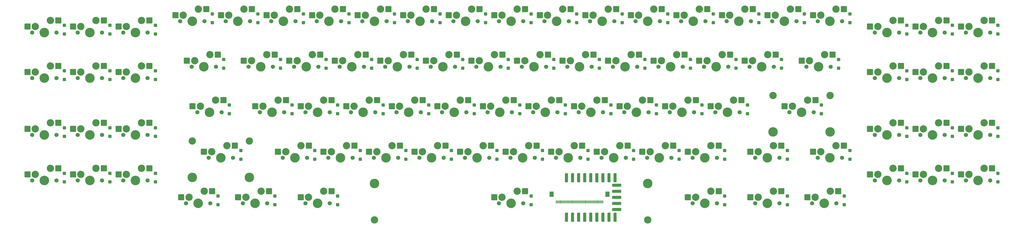
<source format=gbs>
%TF.GenerationSoftware,KiCad,Pcbnew,7.0.9*%
%TF.CreationDate,2024-01-24T13:10:45+00:00*%
%TF.ProjectId,keybird42,6b657962-6972-4643-9432-2e6b69636164,2*%
%TF.SameCoordinates,Original*%
%TF.FileFunction,Soldermask,Bot*%
%TF.FilePolarity,Negative*%
%FSLAX46Y46*%
G04 Gerber Fmt 4.6, Leading zero omitted, Abs format (unit mm)*
G04 Created by KiCad (PCBNEW 7.0.9) date 2024-01-24 13:10:45*
%MOMM*%
%LPD*%
G01*
G04 APERTURE LIST*
G04 Aperture macros list*
%AMRoundRect*
0 Rectangle with rounded corners*
0 $1 Rounding radius*
0 $2 $3 $4 $5 $6 $7 $8 $9 X,Y pos of 4 corners*
0 Add a 4 corners polygon primitive as box body*
4,1,4,$2,$3,$4,$5,$6,$7,$8,$9,$2,$3,0*
0 Add four circle primitives for the rounded corners*
1,1,$1+$1,$2,$3*
1,1,$1+$1,$4,$5*
1,1,$1+$1,$6,$7*
1,1,$1+$1,$8,$9*
0 Add four rect primitives between the rounded corners*
20,1,$1+$1,$2,$3,$4,$5,0*
20,1,$1+$1,$4,$5,$6,$7,0*
20,1,$1+$1,$6,$7,$8,$9,0*
20,1,$1+$1,$8,$9,$2,$3,0*%
G04 Aperture macros list end*
%ADD10RoundRect,0.350000X0.350000X-0.350000X0.350000X0.350000X-0.350000X0.350000X-0.350000X-0.350000X0*%
%ADD11C,1.750000*%
%ADD12C,3.050000*%
%ADD13C,4.000000*%
%ADD14RoundRect,0.250000X-1.025000X-1.000000X1.025000X-1.000000X1.025000X1.000000X-1.025000X1.000000X0*%
%ADD15C,3.048000*%
%ADD16C,3.987800*%
%ADD17RoundRect,0.254000X-0.381000X-1.651000X0.381000X-1.651000X0.381000X1.651000X-0.381000X1.651000X0*%
%ADD18RoundRect,0.254000X1.651000X-0.381000X1.651000X0.381000X-1.651000X0.381000X-1.651000X-0.381000X0*%
%ADD19RoundRect,0.254000X0.381000X1.651000X-0.381000X1.651000X-0.381000X-1.651000X0.381000X-1.651000X0*%
%ADD20R,0.300000X1.300000*%
%ADD21R,1.800000X2.200000*%
G04 APERTURE END LIST*
D10*
%TO.C,D324*%
X232172070Y-67284430D03*
X232172070Y-63684430D03*
%TD*%
%TO.C,D504*%
X236934375Y-105384375D03*
X236934375Y-101784375D03*
%TD*%
%TO.C,D134*%
X255984279Y-29184375D03*
X255984279Y-25584375D03*
%TD*%
D11*
%TO.C,SW123*%
X166370000Y-28575000D03*
D12*
X167640000Y-26035000D03*
D13*
X171450000Y-28575000D03*
D12*
X173990000Y-23495000D03*
D11*
X176530000Y-28575000D03*
D14*
X164365000Y-26035000D03*
X177292000Y-23495000D03*
%TD*%
D11*
%TO.C,SW312*%
X97313750Y-66675000D03*
D12*
X98583750Y-64135000D03*
D13*
X102393750Y-66675000D03*
D12*
X104933750Y-61595000D03*
D11*
X107473750Y-66675000D03*
D14*
X95308750Y-64135000D03*
X108235750Y-61595000D03*
%TD*%
D11*
%TO.C,SW226*%
X328295000Y-47625000D03*
D12*
X329565000Y-45085000D03*
D13*
X333375000Y-47625000D03*
D12*
X335915000Y-42545000D03*
D11*
X338455000Y-47625000D03*
D14*
X326290000Y-45085000D03*
X339217000Y-42545000D03*
%TD*%
D10*
%TO.C,D215*%
X265509291Y-48234375D03*
X265509291Y-44634375D03*
%TD*%
D11*
%TO.C,SW325*%
X275907500Y-66675000D03*
D12*
X277177500Y-64135000D03*
D13*
X280987500Y-66675000D03*
D12*
X283527500Y-61595000D03*
D11*
X286067500Y-66675000D03*
D14*
X273902500Y-64135000D03*
X286829500Y-61595000D03*
%TD*%
D15*
%TO.C,SW336*%
X338106044Y-59690056D03*
D16*
X338106044Y-74900056D03*
D11*
X344964044Y-66675056D03*
D12*
X346234044Y-64135056D03*
D13*
X350044044Y-66675056D03*
D12*
X352584044Y-61595056D03*
D11*
X355124044Y-66675056D03*
D15*
X361982044Y-59690056D03*
D16*
X361982044Y-74900056D03*
D14*
X342959044Y-64135056D03*
X355886044Y-61595056D03*
%TD*%
D11*
%TO.C,SW222*%
X118745000Y-47625000D03*
D12*
X120015000Y-45085000D03*
D13*
X123825000Y-47625000D03*
D12*
X126365000Y-42545000D03*
D11*
X128905000Y-47625000D03*
D14*
X116740000Y-45085000D03*
X129667000Y-42545000D03*
%TD*%
D10*
%TO.C,D427*%
X413146503Y-95859347D03*
X413146503Y-92259347D03*
%TD*%
%TO.C,D335*%
X308372134Y-67284430D03*
X308372134Y-63684430D03*
%TD*%
D11*
%TO.C,SW332*%
X142557500Y-66675000D03*
D12*
X143827500Y-64135000D03*
D13*
X147637500Y-66675000D03*
D12*
X150177500Y-61595000D03*
D11*
X152717500Y-66675000D03*
D14*
X140552500Y-64135000D03*
X153479500Y-61595000D03*
%TD*%
D10*
%TO.C,D424*%
X241696845Y-86334347D03*
X241696845Y-82734347D03*
%TD*%
D11*
%TO.C,SW132*%
X128270000Y-28575000D03*
D12*
X129540000Y-26035000D03*
D13*
X133350000Y-28575000D03*
D12*
X135890000Y-23495000D03*
D11*
X138430000Y-28575000D03*
D14*
X126265000Y-26035000D03*
X139192000Y-23495000D03*
%TD*%
D11*
%TO.C,SW227*%
X399732500Y-52387500D03*
D12*
X401002500Y-49847500D03*
D13*
X404812500Y-52387500D03*
D12*
X407352500Y-47307500D03*
D11*
X409892500Y-52387500D03*
D14*
X397727500Y-49847500D03*
X410654500Y-47307500D03*
%TD*%
D10*
%TO.C,D412*%
X115490383Y-86334347D03*
X115490383Y-82734347D03*
%TD*%
%TO.C,D507*%
X367903125Y-105384375D03*
X367903125Y-101784375D03*
%TD*%
%TO.C,D414*%
X222647062Y-86334446D03*
X222647062Y-82734446D03*
%TD*%
D11*
%TO.C,SW411*%
X28257500Y-95250000D03*
D12*
X29527500Y-92710000D03*
D13*
X33337500Y-95250000D03*
D12*
X35877500Y-90170000D03*
D11*
X38417500Y-95250000D03*
D14*
X26252500Y-92710000D03*
X39179500Y-90170000D03*
%TD*%
D11*
%TO.C,SW327*%
X399732500Y-76200000D03*
D12*
X401002500Y-73660000D03*
D13*
X404812500Y-76200000D03*
D12*
X407352500Y-71120000D03*
D11*
X409892500Y-76200000D03*
D14*
X397727500Y-73660000D03*
X410654500Y-71120000D03*
%TD*%
D10*
%TO.C,D317*%
X394096843Y-76809411D03*
X394096843Y-73209411D03*
%TD*%
%TO.C,D237*%
X432196875Y-52996891D03*
X432196875Y-49396891D03*
%TD*%
%TO.C,D436*%
X370284686Y-86334446D03*
X370284686Y-82734446D03*
%TD*%
%TO.C,D421*%
X60721875Y-95859411D03*
X60721875Y-92259411D03*
%TD*%
%TO.C,D503*%
X155971875Y-105384375D03*
X155971875Y-101784375D03*
%TD*%
D11*
%TO.C,SW113*%
X147320000Y-28575000D03*
D12*
X148590000Y-26035000D03*
D13*
X152400000Y-28575000D03*
D12*
X154940000Y-23495000D03*
D11*
X157480000Y-28575000D03*
D14*
X145315000Y-26035000D03*
X158242000Y-23495000D03*
%TD*%
D11*
%TO.C,SW413*%
X152082500Y-85725000D03*
D12*
X153352500Y-83185000D03*
D13*
X157162500Y-85725000D03*
D12*
X159702500Y-80645000D03*
D11*
X162242500Y-85725000D03*
D14*
X150077500Y-83185000D03*
X163004500Y-80645000D03*
%TD*%
D10*
%TO.C,D124*%
X236934263Y-29184375D03*
X236934263Y-25584375D03*
%TD*%
D11*
%TO.C,SW136*%
X356870304Y-28575024D03*
D12*
X358140304Y-26035024D03*
D13*
X361950304Y-28575024D03*
D12*
X364490304Y-23495024D03*
D11*
X367030304Y-28575024D03*
D14*
X354865304Y-26035024D03*
X367792304Y-23495024D03*
%TD*%
D11*
%TO.C,SW322*%
X123507500Y-66675000D03*
D12*
X124777500Y-64135000D03*
D13*
X128587500Y-66675000D03*
D12*
X131127500Y-61595000D03*
D11*
X133667500Y-66675000D03*
D14*
X121502500Y-64135000D03*
X134429500Y-61595000D03*
%TD*%
D10*
%TO.C,D115*%
X275034295Y-29184375D03*
X275034295Y-25584375D03*
%TD*%
%TO.C,D336*%
X358378426Y-67284430D03*
X358378426Y-63684430D03*
%TD*%
%TO.C,D123*%
X179784071Y-29184351D03*
X179784071Y-25584351D03*
%TD*%
%TO.C,D226*%
X341709075Y-48234335D03*
X341709075Y-44634335D03*
%TD*%
%TO.C,D235*%
X303609323Y-48234375D03*
X303609323Y-44634375D03*
%TD*%
D11*
%TO.C,SW134*%
X242570208Y-28575024D03*
D12*
X243840208Y-26035024D03*
D13*
X247650208Y-28575024D03*
D12*
X250190208Y-23495024D03*
D11*
X252730208Y-28575024D03*
D14*
X240565208Y-26035024D03*
X253492208Y-23495024D03*
%TD*%
D11*
%TO.C,SW321*%
X47307500Y-76200000D03*
D12*
X48577500Y-73660000D03*
D13*
X52387500Y-76200000D03*
D12*
X54927500Y-71120000D03*
D11*
X57467500Y-76200000D03*
D14*
X45302500Y-73660000D03*
X58229500Y-71120000D03*
%TD*%
D11*
%TO.C,SW433*%
X190182500Y-85725000D03*
D12*
X191452500Y-83185000D03*
D13*
X195262500Y-85725000D03*
D12*
X197802500Y-80645000D03*
D11*
X200342500Y-85725000D03*
D14*
X188177500Y-83185000D03*
X201104500Y-80645000D03*
%TD*%
D10*
%TO.C,D505*%
X317896875Y-105384375D03*
X317896875Y-101784375D03*
%TD*%
%TO.C,D325*%
X289321875Y-67284375D03*
X289321875Y-63684375D03*
%TD*%
%TO.C,D425*%
X298846633Y-86334347D03*
X298846633Y-82734347D03*
%TD*%
D11*
%TO.C,SW126*%
X337820000Y-28575000D03*
D12*
X339090000Y-26035000D03*
D13*
X342900000Y-28575000D03*
D12*
X345440000Y-23495000D03*
D11*
X347980000Y-28575000D03*
D14*
X335815000Y-26035000D03*
X348742000Y-23495000D03*
%TD*%
D10*
%TO.C,D323*%
X175021875Y-67284375D03*
X175021875Y-63684375D03*
%TD*%
%TO.C,D314*%
X213121875Y-67284375D03*
X213121875Y-63684375D03*
%TD*%
%TO.C,D331*%
X79771875Y-76809411D03*
X79771875Y-73209411D03*
%TD*%
D11*
%TO.C,SW503*%
X142557500Y-104775000D03*
D12*
X143827500Y-102235000D03*
D13*
X147637500Y-104775000D03*
D12*
X150177500Y-99695000D03*
D11*
X152717500Y-104775000D03*
D14*
X140552500Y-102235000D03*
X153479500Y-99695000D03*
%TD*%
D11*
%TO.C,SW334*%
X237807704Y-66675056D03*
D12*
X239077704Y-64135056D03*
D13*
X242887704Y-66675056D03*
D12*
X245427704Y-61595056D03*
D11*
X247967704Y-66675056D03*
D14*
X235802704Y-64135056D03*
X248729704Y-61595056D03*
%TD*%
D11*
%TO.C,SW223*%
X175895000Y-47625000D03*
D12*
X177165000Y-45085000D03*
D13*
X180975000Y-47625000D03*
D12*
X183515000Y-42545000D03*
D11*
X186055000Y-47625000D03*
D14*
X173890000Y-45085000D03*
X186817000Y-42545000D03*
%TD*%
D10*
%TO.C,D334*%
X251222079Y-67284431D03*
X251222079Y-63684431D03*
%TD*%
D11*
%TO.C,SW316*%
X314007768Y-66675056D03*
D12*
X315277768Y-64135056D03*
D13*
X319087768Y-66675056D03*
D12*
X321627768Y-61595056D03*
D11*
X324167768Y-66675056D03*
D14*
X312002768Y-64135056D03*
X324929768Y-61595056D03*
%TD*%
D10*
%TO.C,D337*%
X432197238Y-76809438D03*
X432197238Y-73209438D03*
%TD*%
D11*
%TO.C,SW311*%
X28257500Y-76200000D03*
D12*
X29527500Y-73660000D03*
D13*
X33337500Y-76200000D03*
D12*
X35877500Y-71120000D03*
D11*
X38417500Y-76200000D03*
D14*
X26252500Y-73660000D03*
X39179500Y-71120000D03*
%TD*%
D10*
%TO.C,D126*%
X351234071Y-29184351D03*
X351234071Y-25584351D03*
%TD*%
D11*
%TO.C,SW221*%
X47307500Y-52387500D03*
D12*
X48577500Y-49847500D03*
D13*
X52387500Y-52387500D03*
D12*
X54927500Y-47307500D03*
D11*
X57467500Y-52387500D03*
D14*
X45302500Y-49847500D03*
X58229500Y-47307500D03*
%TD*%
D11*
%TO.C,SW114*%
X204470000Y-28575000D03*
D12*
X205740000Y-26035000D03*
D13*
X209550000Y-28575000D03*
D12*
X212090000Y-23495000D03*
D11*
X214630000Y-28575000D03*
D14*
X202465000Y-26035000D03*
X215392000Y-23495000D03*
%TD*%
D10*
%TO.C,D333*%
X194071875Y-67284375D03*
X194071875Y-63684375D03*
%TD*%
%TO.C,D411*%
X41671875Y-95859411D03*
X41671875Y-92259411D03*
%TD*%
%TO.C,D214*%
X227409075Y-48234335D03*
X227409075Y-44634335D03*
%TD*%
D11*
%TO.C,SW432*%
X133032500Y-85725000D03*
D12*
X134302500Y-83185000D03*
D13*
X138112500Y-85725000D03*
D12*
X140652500Y-80645000D03*
D11*
X143192500Y-85725000D03*
D14*
X131027500Y-83185000D03*
X143954500Y-80645000D03*
%TD*%
D10*
%TO.C,D221*%
X60721875Y-52996875D03*
X60721875Y-49396875D03*
%TD*%
%TO.C,D432*%
X146446633Y-86334347D03*
X146446633Y-82734347D03*
%TD*%
%TO.C,D415*%
X279796861Y-86334347D03*
X279796861Y-82734347D03*
%TD*%
D11*
%TO.C,SW502*%
X116363750Y-104775000D03*
D12*
X117633750Y-102235000D03*
D13*
X121443750Y-104775000D03*
D12*
X123983750Y-99695000D03*
D11*
X126523750Y-104775000D03*
D14*
X114358750Y-102235000D03*
X127285750Y-99695000D03*
%TD*%
D15*
%TO.C,SW412*%
X95218250Y-78740000D03*
D16*
X95218250Y-93950000D03*
D11*
X102076250Y-85725000D03*
D12*
X103346250Y-83185000D03*
D13*
X107156250Y-85725000D03*
D12*
X109696250Y-80645000D03*
D11*
X112236250Y-85725000D03*
D15*
X119094250Y-78740000D03*
D16*
X119094250Y-93950000D03*
D14*
X100071250Y-83185000D03*
X112998250Y-80645000D03*
%TD*%
D11*
%TO.C,SW216*%
X309245264Y-47625040D03*
D12*
X310515264Y-45085040D03*
D13*
X314325264Y-47625040D03*
D12*
X316865264Y-42545040D03*
D11*
X319405264Y-47625040D03*
D14*
X307240264Y-45085040D03*
X320167264Y-42545040D03*
%TD*%
D11*
%TO.C,SW135*%
X299720256Y-28575024D03*
D12*
X300990256Y-26035024D03*
D13*
X304800256Y-28575024D03*
D12*
X307340256Y-23495024D03*
D11*
X309880256Y-28575024D03*
D14*
X297715256Y-26035024D03*
X310642256Y-23495024D03*
%TD*%
D11*
%TO.C,SW314*%
X199707500Y-66675000D03*
D12*
X200977500Y-64135000D03*
D13*
X204787500Y-66675000D03*
D12*
X207327500Y-61595000D03*
D11*
X209867500Y-66675000D03*
D14*
X197702500Y-64135000D03*
X210629500Y-61595000D03*
%TD*%
D10*
%TO.C,D212*%
X108346575Y-48234335D03*
X108346575Y-44634335D03*
%TD*%
%TO.C,D135*%
X313134327Y-29184375D03*
X313134327Y-25584375D03*
%TD*%
D11*
%TO.C,SW414*%
X209232680Y-85725072D03*
D12*
X210502680Y-83185072D03*
D13*
X214312680Y-85725072D03*
D12*
X216852680Y-80645072D03*
D11*
X219392680Y-85725072D03*
D14*
X207227680Y-83185072D03*
X220154680Y-80645072D03*
%TD*%
D10*
%TO.C,D416*%
X317896893Y-86334347D03*
X317896893Y-82734347D03*
%TD*%
%TO.C,D233*%
X208359075Y-48234335D03*
X208359075Y-44634335D03*
%TD*%
D16*
%TO.C,SW504*%
X171450000Y-96550000D03*
D15*
X171450000Y-111760000D03*
D11*
X223520000Y-104775000D03*
D12*
X224790000Y-102235000D03*
D13*
X228600000Y-104775000D03*
D12*
X231140000Y-99695000D03*
D11*
X233680000Y-104775000D03*
D16*
X285750000Y-96550000D03*
D15*
X285750000Y-111760000D03*
D14*
X221515000Y-102235000D03*
X234442000Y-99695000D03*
%TD*%
D10*
%TO.C,D321*%
X60721875Y-76809411D03*
X60721875Y-73209411D03*
%TD*%
%TO.C,D332*%
X155971875Y-67284375D03*
X155971875Y-63684375D03*
%TD*%
%TO.C,D216*%
X322659339Y-48234375D03*
X322659339Y-44634375D03*
%TD*%
%TO.C,D133*%
X198834071Y-29184351D03*
X198834071Y-25584351D03*
%TD*%
D11*
%TO.C,SW232*%
X137795000Y-47625000D03*
D12*
X139065000Y-45085000D03*
D13*
X142875000Y-47625000D03*
D12*
X145415000Y-42545000D03*
D11*
X147955000Y-47625000D03*
D14*
X135790000Y-45085000D03*
X148717000Y-42545000D03*
%TD*%
D10*
%TO.C,D136*%
X370284375Y-29184375D03*
X370284375Y-25584375D03*
%TD*%
D11*
%TO.C,SW424*%
X228282712Y-85725000D03*
D12*
X229552712Y-83185000D03*
D13*
X233362712Y-85725000D03*
D12*
X235902712Y-80645000D03*
D11*
X238442712Y-85725000D03*
D14*
X226277712Y-83185000D03*
X239204712Y-80645000D03*
%TD*%
D11*
%TO.C,SW213*%
X156845000Y-47625000D03*
D12*
X158115000Y-45085000D03*
D13*
X161925000Y-47625000D03*
D12*
X164465000Y-42545000D03*
D11*
X167005000Y-47625000D03*
D14*
X154840000Y-45085000D03*
X167767000Y-42545000D03*
%TD*%
D10*
%TO.C,D312*%
X110728125Y-67284375D03*
X110728125Y-63684375D03*
%TD*%
D11*
%TO.C,SW112*%
X90170000Y-28575000D03*
D12*
X91440000Y-26035000D03*
D13*
X95250000Y-28575000D03*
D12*
X97790000Y-23495000D03*
D11*
X100330000Y-28575000D03*
D14*
X88165000Y-26035000D03*
X101092000Y-23495000D03*
%TD*%
D10*
%TO.C,D431*%
X79771875Y-95859411D03*
X79771875Y-92259411D03*
%TD*%
%TO.C,D213*%
X170259075Y-48234335D03*
X170259075Y-44634335D03*
%TD*%
%TO.C,D234*%
X246459075Y-48234335D03*
X246459075Y-44634335D03*
%TD*%
%TO.C,D231*%
X79771875Y-52996875D03*
X79771875Y-49396875D03*
%TD*%
%TO.C,D227*%
X413146519Y-52996847D03*
X413146519Y-49396847D03*
%TD*%
D11*
%TO.C,SW337*%
X418782856Y-76200064D03*
D12*
X420052856Y-73660064D03*
D13*
X423862856Y-76200064D03*
D12*
X426402856Y-71120064D03*
D11*
X428942856Y-76200064D03*
D14*
X416777856Y-73660064D03*
X429704856Y-71120064D03*
%TD*%
D11*
%TO.C,SW506*%
X330676250Y-104775000D03*
D12*
X331946250Y-102235000D03*
D13*
X335756250Y-104775000D03*
D12*
X338296250Y-99695000D03*
D11*
X340836250Y-104775000D03*
D14*
X328671250Y-102235000D03*
X341598250Y-99695000D03*
%TD*%
D11*
%TO.C,SW236*%
X352107800Y-47625040D03*
D12*
X353377800Y-45085040D03*
D13*
X357187800Y-47625040D03*
D12*
X359727800Y-42545040D03*
D11*
X362267800Y-47625040D03*
D14*
X350102800Y-45085040D03*
X363029800Y-42545040D03*
%TD*%
D11*
%TO.C,SW225*%
X271145000Y-47625000D03*
D12*
X272415000Y-45085000D03*
D13*
X276225000Y-47625000D03*
D12*
X278765000Y-42545000D03*
D11*
X281305000Y-47625000D03*
D14*
X269140000Y-45085000D03*
X282067000Y-42545000D03*
%TD*%
D10*
%TO.C,D423*%
X184546633Y-86334347D03*
X184546633Y-82734347D03*
%TD*%
D11*
%TO.C,SW423*%
X171132500Y-85725000D03*
D12*
X172402500Y-83185000D03*
D13*
X176212500Y-85725000D03*
D12*
X178752500Y-80645000D03*
D11*
X181292500Y-85725000D03*
D14*
X169127500Y-83185000D03*
X182054500Y-80645000D03*
%TD*%
D10*
%TO.C,D127*%
X413146519Y-33946847D03*
X413146519Y-30346847D03*
%TD*%
D11*
%TO.C,SW415*%
X266382728Y-85725000D03*
D12*
X267652728Y-83185000D03*
D13*
X271462728Y-85725000D03*
D12*
X274002728Y-80645000D03*
D11*
X276542728Y-85725000D03*
D14*
X264377728Y-83185000D03*
X277304728Y-80645000D03*
%TD*%
D10*
%TO.C,D225*%
X284559075Y-48234335D03*
X284559075Y-44634335D03*
%TD*%
%TO.C,D502*%
X129778125Y-105384375D03*
X129778125Y-101784375D03*
%TD*%
D11*
%TO.C,SW133*%
X185420000Y-28575000D03*
D12*
X186690000Y-26035000D03*
D13*
X190500000Y-28575000D03*
D12*
X193040000Y-23495000D03*
D11*
X195580000Y-28575000D03*
D14*
X183415000Y-26035000D03*
X196342000Y-23495000D03*
%TD*%
D10*
%TO.C,D311*%
X41671875Y-76809411D03*
X41671875Y-73209411D03*
%TD*%
D11*
%TO.C,SW115*%
X261620224Y-28575024D03*
D12*
X262890224Y-26035024D03*
D13*
X266700224Y-28575024D03*
D12*
X269240224Y-23495024D03*
D11*
X271780224Y-28575024D03*
D14*
X259615224Y-26035024D03*
X272542224Y-23495024D03*
%TD*%
D10*
%TO.C,D121*%
X60721875Y-33946875D03*
X60721875Y-30346875D03*
%TD*%
D11*
%TO.C,SW501*%
X92551250Y-104775000D03*
D12*
X93821250Y-102235000D03*
D13*
X97631250Y-104775000D03*
D12*
X100171250Y-99695000D03*
D11*
X102711250Y-104775000D03*
D14*
X90546250Y-102235000D03*
X103473250Y-99695000D03*
%TD*%
D11*
%TO.C,SW317*%
X380682824Y-76200064D03*
D12*
X381952824Y-73660064D03*
D13*
X385762824Y-76200064D03*
D12*
X388302824Y-71120064D03*
D11*
X390842824Y-76200064D03*
D14*
X378677824Y-73660064D03*
X391604824Y-71120064D03*
%TD*%
D11*
%TO.C,SW335*%
X294957752Y-66675056D03*
D12*
X296227752Y-64135056D03*
D13*
X300037752Y-66675056D03*
D12*
X302577752Y-61595056D03*
D11*
X305117752Y-66675056D03*
D14*
X292952752Y-64135056D03*
X305879752Y-61595056D03*
%TD*%
D11*
%TO.C,SW116*%
X318770272Y-28575024D03*
D12*
X320040272Y-26035024D03*
D13*
X323850272Y-28575024D03*
D12*
X326390272Y-23495024D03*
D11*
X328930272Y-28575024D03*
D14*
X316765272Y-26035024D03*
X329692272Y-23495024D03*
%TD*%
D11*
%TO.C,SW507*%
X354488750Y-104775000D03*
D12*
X355758750Y-102235000D03*
D13*
X359568750Y-104775000D03*
D12*
X362108750Y-99695000D03*
D11*
X364648750Y-104775000D03*
D14*
X352483750Y-102235000D03*
X365410750Y-99695000D03*
%TD*%
D11*
%TO.C,SW127*%
X399732500Y-33337500D03*
D12*
X401002500Y-30797500D03*
D13*
X404812500Y-33337500D03*
D12*
X407352500Y-28257500D03*
D11*
X409892500Y-33337500D03*
D14*
X397727500Y-30797500D03*
X410654500Y-28257500D03*
%TD*%
D10*
%TO.C,D117*%
X394096843Y-33946847D03*
X394096843Y-30346847D03*
%TD*%
%TO.C,D232*%
X151209075Y-48234335D03*
X151209075Y-44634335D03*
%TD*%
D11*
%TO.C,SW231*%
X66357500Y-52387500D03*
D12*
X67627500Y-49847500D03*
D13*
X71437500Y-52387500D03*
D12*
X73977500Y-47307500D03*
D11*
X76517500Y-52387500D03*
D14*
X64352500Y-49847500D03*
X77279500Y-47307500D03*
%TD*%
D10*
%TO.C,D217*%
X394096843Y-52996847D03*
X394096843Y-49396847D03*
%TD*%
D11*
%TO.C,SW421*%
X47307500Y-95250000D03*
D12*
X48577500Y-92710000D03*
D13*
X52387500Y-95250000D03*
D12*
X54927500Y-90170000D03*
D11*
X57467500Y-95250000D03*
D14*
X45302500Y-92710000D03*
X58229500Y-90170000D03*
%TD*%
D11*
%TO.C,SW214*%
X213995000Y-47625000D03*
D12*
X215265000Y-45085000D03*
D13*
X219075000Y-47625000D03*
D12*
X221615000Y-42545000D03*
D11*
X224155000Y-47625000D03*
D14*
X211990000Y-45085000D03*
X224917000Y-42545000D03*
%TD*%
D11*
%TO.C,SW505*%
X304482500Y-104775000D03*
D12*
X305752500Y-102235000D03*
D13*
X309562500Y-104775000D03*
D12*
X312102500Y-99695000D03*
D11*
X314642500Y-104775000D03*
D14*
X302477500Y-102235000D03*
X315404500Y-99695000D03*
%TD*%
D10*
%TO.C,D211*%
X41671910Y-52996918D03*
X41671910Y-49396918D03*
%TD*%
D11*
%TO.C,SW417*%
X380682824Y-95250000D03*
D12*
X381952824Y-92710000D03*
D13*
X385762824Y-95250000D03*
D12*
X388302824Y-90170000D03*
D11*
X390842824Y-95250000D03*
D14*
X378677824Y-92710000D03*
X391604824Y-90170000D03*
%TD*%
D10*
%TO.C,D113*%
X160734071Y-29184351D03*
X160734071Y-25584351D03*
%TD*%
D11*
%TO.C,SW125*%
X280670000Y-28575000D03*
D12*
X281940000Y-26035000D03*
D13*
X285750000Y-28575000D03*
D12*
X288290000Y-23495000D03*
D11*
X290830000Y-28575000D03*
D14*
X278665000Y-26035000D03*
X291592000Y-23495000D03*
%TD*%
D11*
%TO.C,SW437*%
X418782856Y-95250080D03*
D12*
X420052856Y-92710080D03*
D13*
X423862856Y-95250080D03*
D12*
X426402856Y-90170080D03*
D11*
X428942856Y-95250080D03*
D14*
X416777856Y-92710080D03*
X429704856Y-90170080D03*
%TD*%
D11*
%TO.C,SW111*%
X28257500Y-33337500D03*
D12*
X29527500Y-30797500D03*
D13*
X33337500Y-33337500D03*
D12*
X35877500Y-28257500D03*
D11*
X38417500Y-33337500D03*
D14*
X26252500Y-30797500D03*
X39179500Y-28257500D03*
%TD*%
D10*
%TO.C,D223*%
X189309075Y-48234335D03*
X189309075Y-44634335D03*
%TD*%
D11*
%TO.C,SW217*%
X380682824Y-52387500D03*
D12*
X381952824Y-49847500D03*
D13*
X385762824Y-52387500D03*
D12*
X388302824Y-47307500D03*
D11*
X390842824Y-52387500D03*
D14*
X378677824Y-49847500D03*
X391604824Y-47307500D03*
%TD*%
D11*
%TO.C,SW121*%
X47307500Y-33337500D03*
D12*
X48577500Y-30797500D03*
D13*
X52387500Y-33337500D03*
D12*
X54927500Y-28257500D03*
D11*
X57467500Y-33337500D03*
D14*
X45302500Y-30797500D03*
X58229500Y-28257500D03*
%TD*%
D10*
%TO.C,D426*%
X344090383Y-86334347D03*
X344090383Y-82734347D03*
%TD*%
%TO.C,D434*%
X260746845Y-86334347D03*
X260746845Y-82734347D03*
%TD*%
%TO.C,D437*%
X432197238Y-95859454D03*
X432197238Y-92259454D03*
%TD*%
D11*
%TO.C,SW416*%
X304482760Y-85725000D03*
D12*
X305752760Y-83185000D03*
D13*
X309562760Y-85725000D03*
D12*
X312102760Y-80645000D03*
D11*
X314642760Y-85725000D03*
D14*
X302477760Y-83185000D03*
X315404760Y-80645000D03*
%TD*%
D10*
%TO.C,D506*%
X344090625Y-105384375D03*
X344090625Y-101784375D03*
%TD*%
%TO.C,D236*%
X365521875Y-48234375D03*
X365521875Y-44634375D03*
%TD*%
%TO.C,D111*%
X41671875Y-33946875D03*
X41671875Y-30346875D03*
%TD*%
%TO.C,D112*%
X103584071Y-29184351D03*
X103584071Y-25584351D03*
%TD*%
%TO.C,D132*%
X141684071Y-29184351D03*
X141684071Y-25584351D03*
%TD*%
D11*
%TO.C,SW212*%
X94932500Y-47625000D03*
D12*
X96202500Y-45085000D03*
D13*
X100012500Y-47625000D03*
D12*
X102552500Y-42545000D03*
D11*
X105092500Y-47625000D03*
D14*
X92927500Y-45085000D03*
X105854500Y-42545000D03*
%TD*%
D11*
%TO.C,SW234*%
X233045000Y-47625000D03*
D12*
X234315000Y-45085000D03*
D13*
X238125000Y-47625000D03*
D12*
X240665000Y-42545000D03*
D11*
X243205000Y-47625000D03*
D14*
X231040000Y-45085000D03*
X243967000Y-42545000D03*
%TD*%
D11*
%TO.C,SW117*%
X380682824Y-33337500D03*
D12*
X381952824Y-30797500D03*
D13*
X385762824Y-33337500D03*
D12*
X388302824Y-28257500D03*
D11*
X390842824Y-33337500D03*
D14*
X378677824Y-30797500D03*
X391604824Y-28257500D03*
%TD*%
D10*
%TO.C,D316*%
X327422143Y-67284431D03*
X327422143Y-63684431D03*
%TD*%
%TO.C,D131*%
X79771875Y-33946875D03*
X79771875Y-30346875D03*
%TD*%
D11*
%TO.C,SW137*%
X418782856Y-33337528D03*
D12*
X420052856Y-30797528D03*
D13*
X423862856Y-33337528D03*
D12*
X426402856Y-28257528D03*
D11*
X428942856Y-33337528D03*
D14*
X416777856Y-30797528D03*
X429704856Y-28257528D03*
%TD*%
D11*
%TO.C,SW233*%
X194945000Y-47625000D03*
D12*
X196215000Y-45085000D03*
D13*
X200025000Y-47625000D03*
D12*
X202565000Y-42545000D03*
D11*
X205105000Y-47625000D03*
D14*
X192940000Y-45085000D03*
X205867000Y-42545000D03*
%TD*%
D11*
%TO.C,SW211*%
X28257500Y-52387500D03*
D12*
X29527500Y-49847500D03*
D13*
X33337500Y-52387500D03*
D12*
X35877500Y-47307500D03*
D11*
X38417500Y-52387500D03*
D14*
X26252500Y-49847500D03*
X39179500Y-47307500D03*
%TD*%
D10*
%TO.C,D433*%
X203596633Y-86334347D03*
X203596633Y-82734347D03*
%TD*%
%TO.C,D501*%
X105965625Y-105384375D03*
X105965625Y-101784375D03*
%TD*%
D11*
%TO.C,SW315*%
X256857720Y-66675056D03*
D12*
X258127720Y-64135056D03*
D13*
X261937720Y-66675056D03*
D12*
X264477720Y-61595056D03*
D11*
X267017720Y-66675056D03*
D14*
X254852720Y-64135056D03*
X267779720Y-61595056D03*
%TD*%
D11*
%TO.C,SW425*%
X285432500Y-85725000D03*
D12*
X286702500Y-83185000D03*
D13*
X290512500Y-85725000D03*
D12*
X293052500Y-80645000D03*
D11*
X295592500Y-85725000D03*
D14*
X283427500Y-83185000D03*
X296354500Y-80645000D03*
%TD*%
D10*
%TO.C,D137*%
X432196875Y-33946875D03*
X432196875Y-30346875D03*
%TD*%
%TO.C,D322*%
X136921875Y-67284375D03*
X136921875Y-63684375D03*
%TD*%
D11*
%TO.C,SW333*%
X180657500Y-66675000D03*
D12*
X181927500Y-64135000D03*
D13*
X185737500Y-66675000D03*
D12*
X188277500Y-61595000D03*
D11*
X190817500Y-66675000D03*
D14*
X178652500Y-64135000D03*
X191579500Y-61595000D03*
%TD*%
D11*
%TO.C,SW235*%
X290195248Y-47625040D03*
D12*
X291465248Y-45085040D03*
D13*
X295275248Y-47625040D03*
D12*
X297815248Y-42545040D03*
D11*
X300355248Y-47625040D03*
D14*
X288190248Y-45085040D03*
X301117248Y-42545040D03*
%TD*%
D11*
%TO.C,SW323*%
X161607500Y-66675000D03*
D12*
X162877500Y-64135000D03*
D13*
X166687500Y-66675000D03*
D12*
X169227500Y-61595000D03*
D11*
X171767500Y-66675000D03*
D14*
X159602500Y-64135000D03*
X172529500Y-61595000D03*
%TD*%
D11*
%TO.C,SW122*%
X109220000Y-28575000D03*
D12*
X110490000Y-26035000D03*
D13*
X114300000Y-28575000D03*
D12*
X116840000Y-23495000D03*
D11*
X119380000Y-28575000D03*
D14*
X107215000Y-26035000D03*
X120142000Y-23495000D03*
%TD*%
D10*
%TO.C,D116*%
X332184343Y-29184375D03*
X332184343Y-25584375D03*
%TD*%
D11*
%TO.C,SW436*%
X356870304Y-85725072D03*
D12*
X358140304Y-83185072D03*
D13*
X361950304Y-85725072D03*
D12*
X364490304Y-80645072D03*
D11*
X367030304Y-85725072D03*
D14*
X354865304Y-83185072D03*
X367792304Y-80645072D03*
%TD*%
D11*
%TO.C,SW427*%
X399732500Y-95250000D03*
D12*
X401002500Y-92710000D03*
D13*
X404812500Y-95250000D03*
D12*
X407352500Y-90170000D03*
D11*
X409892500Y-95250000D03*
D14*
X397727500Y-92710000D03*
X410654500Y-90170000D03*
%TD*%
D11*
%TO.C,SW331*%
X66357500Y-76200000D03*
D12*
X67627500Y-73660000D03*
D13*
X71437500Y-76200000D03*
D12*
X73977500Y-71120000D03*
D11*
X76517500Y-76200000D03*
D14*
X64352500Y-73660000D03*
X77279500Y-71120000D03*
%TD*%
D11*
%TO.C,SW237*%
X418782856Y-52387544D03*
D12*
X420052856Y-49847544D03*
D13*
X423862856Y-52387544D03*
D12*
X426402856Y-47307544D03*
D11*
X428942856Y-52387544D03*
D14*
X416777856Y-49847544D03*
X429704856Y-47307544D03*
%TD*%
D11*
%TO.C,SW434*%
X247332712Y-85725000D03*
D12*
X248602712Y-83185000D03*
D13*
X252412712Y-85725000D03*
D12*
X254952712Y-80645000D03*
D11*
X257492712Y-85725000D03*
D14*
X245327712Y-83185000D03*
X258254712Y-80645000D03*
%TD*%
D11*
%TO.C,SW426*%
X330676250Y-85725000D03*
D12*
X331946250Y-83185000D03*
D13*
X335756250Y-85725000D03*
D12*
X338296250Y-80645000D03*
D11*
X340836250Y-85725000D03*
D14*
X328671250Y-83185000D03*
X341598250Y-80645000D03*
%TD*%
D11*
%TO.C,SW215*%
X252095216Y-47625040D03*
D12*
X253365216Y-45085040D03*
D13*
X257175216Y-47625040D03*
D12*
X259715216Y-42545040D03*
D11*
X262255216Y-47625040D03*
D14*
X250090216Y-45085040D03*
X263017216Y-42545040D03*
%TD*%
D11*
%TO.C,SW431*%
X66357500Y-95250000D03*
D12*
X67627500Y-92710000D03*
D13*
X71437500Y-95250000D03*
D12*
X73977500Y-90170000D03*
D11*
X76517500Y-95250000D03*
D14*
X64352500Y-92710000D03*
X77279500Y-90170000D03*
%TD*%
D10*
%TO.C,D125*%
X294084071Y-29184351D03*
X294084071Y-25584351D03*
%TD*%
%TO.C,D222*%
X132159075Y-48234335D03*
X132159075Y-44634335D03*
%TD*%
%TO.C,D417*%
X394096487Y-95859347D03*
X394096487Y-92259347D03*
%TD*%
D11*
%TO.C,SW124*%
X223520192Y-28575024D03*
D12*
X224790192Y-26035024D03*
D13*
X228600192Y-28575024D03*
D12*
X231140192Y-23495024D03*
D11*
X233680192Y-28575024D03*
D14*
X221515192Y-26035024D03*
X234442192Y-23495024D03*
%TD*%
D10*
%TO.C,D327*%
X413146519Y-76809347D03*
X413146519Y-73209347D03*
%TD*%
%TO.C,D315*%
X270272095Y-67284431D03*
X270272095Y-63684431D03*
%TD*%
%TO.C,D122*%
X122634071Y-29184351D03*
X122634071Y-25584351D03*
%TD*%
D11*
%TO.C,SW131*%
X66357500Y-33337500D03*
D12*
X67627500Y-30797500D03*
D13*
X71437500Y-33337500D03*
D12*
X73977500Y-28257500D03*
D11*
X76517500Y-33337500D03*
D14*
X64352500Y-30797500D03*
X77279500Y-28257500D03*
%TD*%
D10*
%TO.C,D413*%
X165496633Y-86334347D03*
X165496633Y-82734347D03*
%TD*%
D11*
%TO.C,SW324*%
X218757688Y-66675056D03*
D12*
X220027688Y-64135056D03*
D13*
X223837688Y-66675056D03*
D12*
X226377688Y-61595056D03*
D11*
X228917688Y-66675056D03*
D14*
X216752688Y-64135056D03*
X229679688Y-61595056D03*
%TD*%
D17*
%TO.C,U1*%
X251777500Y-94139008D03*
X254317500Y-94139008D03*
X256857500Y-94139008D03*
X259397500Y-94139008D03*
X261937500Y-94139008D03*
X264477500Y-94139008D03*
X267017500Y-94139008D03*
X269557500Y-94139008D03*
X272097500Y-94139008D03*
D18*
X272732500Y-97314008D03*
X272732500Y-99854008D03*
X272732500Y-102394008D03*
X272732500Y-104934008D03*
X272732500Y-107474008D03*
D19*
X272097500Y-110649008D03*
X269557500Y-110649008D03*
X267017500Y-110649008D03*
X264477500Y-110649008D03*
X261937500Y-110649008D03*
X259397500Y-110649008D03*
X256857500Y-110649008D03*
X254317500Y-110649008D03*
X251777500Y-110649008D03*
%TD*%
D10*
%TO.C,D114*%
X217884071Y-29184351D03*
X217884071Y-25584351D03*
%TD*%
D20*
%TO.C,J1*%
X247424784Y-104244008D03*
X247924784Y-104244008D03*
X248424784Y-104244008D03*
X248924784Y-104244008D03*
X249424784Y-104244008D03*
X249924784Y-104244008D03*
X250424784Y-104244008D03*
X250924784Y-104244008D03*
X251424784Y-104244008D03*
X251924784Y-104244008D03*
X252424784Y-104244008D03*
X252924784Y-104244008D03*
X253424784Y-104244008D03*
X253924784Y-104244008D03*
X254424784Y-104244008D03*
X254924784Y-104244008D03*
X255424784Y-104244008D03*
X255924784Y-104244008D03*
X256424784Y-104244008D03*
X256924784Y-104244008D03*
X257424784Y-104244008D03*
X257924784Y-104244008D03*
X258424784Y-104244008D03*
X258924784Y-104244008D03*
X259424784Y-104244008D03*
X259924784Y-104244008D03*
X260424784Y-104244008D03*
X260924784Y-104244008D03*
X261424784Y-104244008D03*
X261924784Y-104244008D03*
X262424784Y-104244008D03*
X262924784Y-104244008D03*
X263424784Y-104244008D03*
X263924784Y-104244008D03*
X264424784Y-104244008D03*
X264924784Y-104244008D03*
X265424784Y-104244008D03*
X265924784Y-104244008D03*
X266424784Y-104244008D03*
X266924784Y-104244008D03*
D21*
X245524784Y-100994008D03*
X268824784Y-100994008D03*
%TD*%
M02*

</source>
